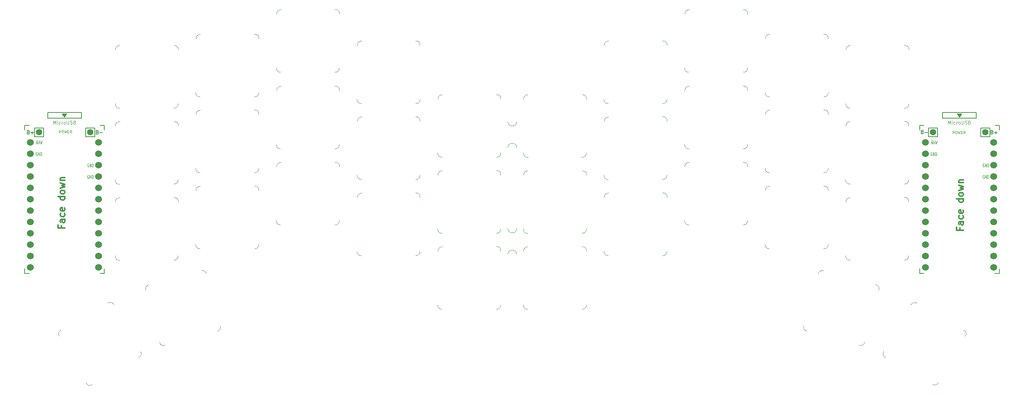
<source format=gbr>
%TF.GenerationSoftware,KiCad,Pcbnew,(6.0.7-1)-1*%
%TF.CreationDate,2022-10-20T13:43:27+02:00*%
%TF.ProjectId,sweepbling-lp__pcb,73776565-7062-46c6-996e-672d6c705f5f,rev?*%
%TF.SameCoordinates,Original*%
%TF.FileFunction,Legend,Top*%
%TF.FilePolarity,Positive*%
%FSLAX46Y46*%
G04 Gerber Fmt 4.6, Leading zero omitted, Abs format (unit mm)*
G04 Created by KiCad (PCBNEW (6.0.7-1)-1) date 2022-10-20 13:43:27*
%MOMM*%
%LPD*%
G01*
G04 APERTURE LIST*
%ADD10C,0.300000*%
%ADD11C,0.150000*%
%ADD12C,0.120000*%
%ADD13C,0.125000*%
%ADD14C,0.100000*%
%ADD15C,1.524000*%
%ADD16C,1.397000*%
G04 APERTURE END LIST*
D10*
X230270857Y-72198857D02*
X230270857Y-72698857D01*
X231056571Y-72698857D02*
X229556571Y-72698857D01*
X229556571Y-71984571D01*
X231056571Y-70770285D02*
X230270857Y-70770285D01*
X230128000Y-70841714D01*
X230056571Y-70984571D01*
X230056571Y-71270285D01*
X230128000Y-71413142D01*
X230985142Y-70770285D02*
X231056571Y-70913142D01*
X231056571Y-71270285D01*
X230985142Y-71413142D01*
X230842285Y-71484571D01*
X230699428Y-71484571D01*
X230556571Y-71413142D01*
X230485142Y-71270285D01*
X230485142Y-70913142D01*
X230413714Y-70770285D01*
X230985142Y-69413142D02*
X231056571Y-69556000D01*
X231056571Y-69841714D01*
X230985142Y-69984571D01*
X230913714Y-70056000D01*
X230770857Y-70127428D01*
X230342285Y-70127428D01*
X230199428Y-70056000D01*
X230128000Y-69984571D01*
X230056571Y-69841714D01*
X230056571Y-69556000D01*
X230128000Y-69413142D01*
X230985142Y-68198857D02*
X231056571Y-68341714D01*
X231056571Y-68627428D01*
X230985142Y-68770285D01*
X230842285Y-68841714D01*
X230270857Y-68841714D01*
X230128000Y-68770285D01*
X230056571Y-68627428D01*
X230056571Y-68341714D01*
X230128000Y-68198857D01*
X230270857Y-68127428D01*
X230413714Y-68127428D01*
X230556571Y-68841714D01*
X231056571Y-65698857D02*
X229556571Y-65698857D01*
X230985142Y-65698857D02*
X231056571Y-65841714D01*
X231056571Y-66127428D01*
X230985142Y-66270285D01*
X230913714Y-66341714D01*
X230770857Y-66413142D01*
X230342285Y-66413142D01*
X230199428Y-66341714D01*
X230128000Y-66270285D01*
X230056571Y-66127428D01*
X230056571Y-65841714D01*
X230128000Y-65698857D01*
X231056571Y-64770285D02*
X230985142Y-64913142D01*
X230913714Y-64984571D01*
X230770857Y-65056000D01*
X230342285Y-65056000D01*
X230199428Y-64984571D01*
X230128000Y-64913142D01*
X230056571Y-64770285D01*
X230056571Y-64556000D01*
X230128000Y-64413142D01*
X230199428Y-64341714D01*
X230342285Y-64270285D01*
X230770857Y-64270285D01*
X230913714Y-64341714D01*
X230985142Y-64413142D01*
X231056571Y-64556000D01*
X231056571Y-64770285D01*
X230056571Y-63770285D02*
X231056571Y-63484571D01*
X230342285Y-63198857D01*
X231056571Y-62913142D01*
X230056571Y-62627428D01*
X230056571Y-62056000D02*
X231056571Y-62056000D01*
X230199428Y-62056000D02*
X230128000Y-61984571D01*
X230056571Y-61841714D01*
X230056571Y-61627428D01*
X230128000Y-61484571D01*
X230270857Y-61413142D01*
X231056571Y-61413142D01*
X29610857Y-71690857D02*
X29610857Y-72190857D01*
X30396571Y-72190857D02*
X28896571Y-72190857D01*
X28896571Y-71476571D01*
X30396571Y-70262285D02*
X29610857Y-70262285D01*
X29468000Y-70333714D01*
X29396571Y-70476571D01*
X29396571Y-70762285D01*
X29468000Y-70905142D01*
X30325142Y-70262285D02*
X30396571Y-70405142D01*
X30396571Y-70762285D01*
X30325142Y-70905142D01*
X30182285Y-70976571D01*
X30039428Y-70976571D01*
X29896571Y-70905142D01*
X29825142Y-70762285D01*
X29825142Y-70405142D01*
X29753714Y-70262285D01*
X30325142Y-68905142D02*
X30396571Y-69048000D01*
X30396571Y-69333714D01*
X30325142Y-69476571D01*
X30253714Y-69548000D01*
X30110857Y-69619428D01*
X29682285Y-69619428D01*
X29539428Y-69548000D01*
X29468000Y-69476571D01*
X29396571Y-69333714D01*
X29396571Y-69048000D01*
X29468000Y-68905142D01*
X30325142Y-67690857D02*
X30396571Y-67833714D01*
X30396571Y-68119428D01*
X30325142Y-68262285D01*
X30182285Y-68333714D01*
X29610857Y-68333714D01*
X29468000Y-68262285D01*
X29396571Y-68119428D01*
X29396571Y-67833714D01*
X29468000Y-67690857D01*
X29610857Y-67619428D01*
X29753714Y-67619428D01*
X29896571Y-68333714D01*
X30396571Y-65190857D02*
X28896571Y-65190857D01*
X30325142Y-65190857D02*
X30396571Y-65333714D01*
X30396571Y-65619428D01*
X30325142Y-65762285D01*
X30253714Y-65833714D01*
X30110857Y-65905142D01*
X29682285Y-65905142D01*
X29539428Y-65833714D01*
X29468000Y-65762285D01*
X29396571Y-65619428D01*
X29396571Y-65333714D01*
X29468000Y-65190857D01*
X30396571Y-64262285D02*
X30325142Y-64405142D01*
X30253714Y-64476571D01*
X30110857Y-64548000D01*
X29682285Y-64548000D01*
X29539428Y-64476571D01*
X29468000Y-64405142D01*
X29396571Y-64262285D01*
X29396571Y-64048000D01*
X29468000Y-63905142D01*
X29539428Y-63833714D01*
X29682285Y-63762285D01*
X30110857Y-63762285D01*
X30253714Y-63833714D01*
X30325142Y-63905142D01*
X30396571Y-64048000D01*
X30396571Y-64262285D01*
X29396571Y-63262285D02*
X30396571Y-62976571D01*
X29682285Y-62690857D01*
X30396571Y-62405142D01*
X29396571Y-62119428D01*
X29396571Y-61548000D02*
X30396571Y-61548000D01*
X29539428Y-61548000D02*
X29468000Y-61476571D01*
X29396571Y-61333714D01*
X29396571Y-61119428D01*
X29468000Y-60976571D01*
X29610857Y-60905142D01*
X30396571Y-60905142D01*
D11*
X22269504Y-50742857D02*
X22383790Y-50780952D01*
X22421885Y-50819047D01*
X22459980Y-50895238D01*
X22459980Y-51009523D01*
X22421885Y-51085714D01*
X22383790Y-51123809D01*
X22307600Y-51161904D01*
X22002838Y-51161904D01*
X22002838Y-50361904D01*
X22269504Y-50361904D01*
X22345695Y-50400000D01*
X22383790Y-50438095D01*
X22421885Y-50514285D01*
X22421885Y-50590476D01*
X22383790Y-50666666D01*
X22345695Y-50704761D01*
X22269504Y-50742857D01*
X22002838Y-50742857D01*
X22802838Y-50857142D02*
X23412361Y-50857142D01*
X23107600Y-51161904D02*
X23107600Y-50552380D01*
X37661904Y-50742857D02*
X37776190Y-50780952D01*
X37814285Y-50819047D01*
X37852380Y-50895238D01*
X37852380Y-51009523D01*
X37814285Y-51085714D01*
X37776190Y-51123809D01*
X37700000Y-51161904D01*
X37395238Y-51161904D01*
X37395238Y-50361904D01*
X37661904Y-50361904D01*
X37738095Y-50400000D01*
X37776190Y-50438095D01*
X37814285Y-50514285D01*
X37814285Y-50590476D01*
X37776190Y-50666666D01*
X37738095Y-50704761D01*
X37661904Y-50742857D01*
X37395238Y-50742857D01*
X38195238Y-50857142D02*
X38804761Y-50857142D01*
X221913504Y-50692057D02*
X222027790Y-50730152D01*
X222065885Y-50768247D01*
X222103980Y-50844438D01*
X222103980Y-50958723D01*
X222065885Y-51034914D01*
X222027790Y-51073009D01*
X221951600Y-51111104D01*
X221646838Y-51111104D01*
X221646838Y-50311104D01*
X221913504Y-50311104D01*
X221989695Y-50349200D01*
X222027790Y-50387295D01*
X222065885Y-50463485D01*
X222065885Y-50539676D01*
X222027790Y-50615866D01*
X221989695Y-50653961D01*
X221913504Y-50692057D01*
X221646838Y-50692057D01*
X222446838Y-50806342D02*
X223056361Y-50806342D01*
X237458304Y-50742857D02*
X237572590Y-50780952D01*
X237610685Y-50819047D01*
X237648780Y-50895238D01*
X237648780Y-51009523D01*
X237610685Y-51085714D01*
X237572590Y-51123809D01*
X237496400Y-51161904D01*
X237191638Y-51161904D01*
X237191638Y-50361904D01*
X237458304Y-50361904D01*
X237534495Y-50400000D01*
X237572590Y-50438095D01*
X237610685Y-50514285D01*
X237610685Y-50590476D01*
X237572590Y-50666666D01*
X237534495Y-50704761D01*
X237458304Y-50742857D01*
X237191638Y-50742857D01*
X237991638Y-50857142D02*
X238601161Y-50857142D01*
X238296400Y-51161904D02*
X238296400Y-50552380D01*
D12*
X29094285Y-50969828D02*
X29094285Y-50369828D01*
X29322857Y-50369828D01*
X29380000Y-50398400D01*
X29408571Y-50426971D01*
X29437142Y-50484114D01*
X29437142Y-50569828D01*
X29408571Y-50626971D01*
X29380000Y-50655542D01*
X29322857Y-50684114D01*
X29094285Y-50684114D01*
X29808571Y-50369828D02*
X29922857Y-50369828D01*
X29980000Y-50398400D01*
X30037142Y-50455542D01*
X30065714Y-50569828D01*
X30065714Y-50769828D01*
X30037142Y-50884114D01*
X29980000Y-50941257D01*
X29922857Y-50969828D01*
X29808571Y-50969828D01*
X29751428Y-50941257D01*
X29694285Y-50884114D01*
X29665714Y-50769828D01*
X29665714Y-50569828D01*
X29694285Y-50455542D01*
X29751428Y-50398400D01*
X29808571Y-50369828D01*
X30265714Y-50369828D02*
X30408571Y-50969828D01*
X30522857Y-50541257D01*
X30637142Y-50969828D01*
X30780000Y-50369828D01*
X31008571Y-50655542D02*
X31208571Y-50655542D01*
X31294285Y-50969828D02*
X31008571Y-50969828D01*
X31008571Y-50369828D01*
X31294285Y-50369828D01*
X31894285Y-50969828D02*
X31694285Y-50684114D01*
X31551428Y-50969828D02*
X31551428Y-50369828D01*
X31780000Y-50369828D01*
X31837142Y-50398400D01*
X31865714Y-50426971D01*
X31894285Y-50484114D01*
X31894285Y-50569828D01*
X31865714Y-50626971D01*
X31837142Y-50655542D01*
X31780000Y-50684114D01*
X31551428Y-50684114D01*
X228636685Y-51122228D02*
X228636685Y-50522228D01*
X228865257Y-50522228D01*
X228922400Y-50550800D01*
X228950971Y-50579371D01*
X228979542Y-50636514D01*
X228979542Y-50722228D01*
X228950971Y-50779371D01*
X228922400Y-50807942D01*
X228865257Y-50836514D01*
X228636685Y-50836514D01*
X229350971Y-50522228D02*
X229465257Y-50522228D01*
X229522400Y-50550800D01*
X229579542Y-50607942D01*
X229608114Y-50722228D01*
X229608114Y-50922228D01*
X229579542Y-51036514D01*
X229522400Y-51093657D01*
X229465257Y-51122228D01*
X229350971Y-51122228D01*
X229293828Y-51093657D01*
X229236685Y-51036514D01*
X229208114Y-50922228D01*
X229208114Y-50722228D01*
X229236685Y-50607942D01*
X229293828Y-50550800D01*
X229350971Y-50522228D01*
X229808114Y-50522228D02*
X229950971Y-51122228D01*
X230065257Y-50693657D01*
X230179542Y-51122228D01*
X230322400Y-50522228D01*
X230550971Y-50807942D02*
X230750971Y-50807942D01*
X230836685Y-51122228D02*
X230550971Y-51122228D01*
X230550971Y-50522228D01*
X230836685Y-50522228D01*
X231436685Y-51122228D02*
X231236685Y-50836514D01*
X231093828Y-51122228D02*
X231093828Y-50522228D01*
X231322400Y-50522228D01*
X231379542Y-50550800D01*
X231408114Y-50579371D01*
X231436685Y-50636514D01*
X231436685Y-50722228D01*
X231408114Y-50779371D01*
X231379542Y-50807942D01*
X231322400Y-50836514D01*
X231093828Y-50836514D01*
%TO.C,U1*%
X227681571Y-48953285D02*
X227681571Y-48203285D01*
X227931571Y-48739000D01*
X228181571Y-48203285D01*
X228181571Y-48953285D01*
X228538714Y-48953285D02*
X228538714Y-48453285D01*
X228538714Y-48203285D02*
X228503000Y-48239000D01*
X228538714Y-48274714D01*
X228574428Y-48239000D01*
X228538714Y-48203285D01*
X228538714Y-48274714D01*
X229217285Y-48917571D02*
X229145857Y-48953285D01*
X229003000Y-48953285D01*
X228931571Y-48917571D01*
X228895857Y-48881857D01*
X228860142Y-48810428D01*
X228860142Y-48596142D01*
X228895857Y-48524714D01*
X228931571Y-48489000D01*
X229003000Y-48453285D01*
X229145857Y-48453285D01*
X229217285Y-48489000D01*
X229538714Y-48953285D02*
X229538714Y-48453285D01*
X229538714Y-48596142D02*
X229574428Y-48524714D01*
X229610142Y-48489000D01*
X229681571Y-48453285D01*
X229753000Y-48453285D01*
X230110142Y-48953285D02*
X230038714Y-48917571D01*
X230003000Y-48881857D01*
X229967285Y-48810428D01*
X229967285Y-48596142D01*
X230003000Y-48524714D01*
X230038714Y-48489000D01*
X230110142Y-48453285D01*
X230217285Y-48453285D01*
X230288714Y-48489000D01*
X230324428Y-48524714D01*
X230360142Y-48596142D01*
X230360142Y-48810428D01*
X230324428Y-48881857D01*
X230288714Y-48917571D01*
X230217285Y-48953285D01*
X230110142Y-48953285D01*
X230681571Y-48203285D02*
X230681571Y-48810428D01*
X230717285Y-48881857D01*
X230753000Y-48917571D01*
X230824428Y-48953285D01*
X230967285Y-48953285D01*
X231038714Y-48917571D01*
X231074428Y-48881857D01*
X231110142Y-48810428D01*
X231110142Y-48203285D01*
X231431571Y-48917571D02*
X231538714Y-48953285D01*
X231717285Y-48953285D01*
X231788714Y-48917571D01*
X231824428Y-48881857D01*
X231860142Y-48810428D01*
X231860142Y-48739000D01*
X231824428Y-48667571D01*
X231788714Y-48631857D01*
X231717285Y-48596142D01*
X231574428Y-48560428D01*
X231503000Y-48524714D01*
X231467285Y-48489000D01*
X231431571Y-48417571D01*
X231431571Y-48346142D01*
X231467285Y-48274714D01*
X231503000Y-48239000D01*
X231574428Y-48203285D01*
X231753000Y-48203285D01*
X231860142Y-48239000D01*
X232431571Y-48560428D02*
X232538714Y-48596142D01*
X232574428Y-48631857D01*
X232610142Y-48703285D01*
X232610142Y-48810428D01*
X232574428Y-48881857D01*
X232538714Y-48917571D01*
X232467285Y-48953285D01*
X232181571Y-48953285D01*
X232181571Y-48203285D01*
X232431571Y-48203285D01*
X232503000Y-48239000D01*
X232538714Y-48274714D01*
X232574428Y-48346142D01*
X232574428Y-48417571D01*
X232538714Y-48489000D01*
X232503000Y-48524714D01*
X232431571Y-48560428D01*
X232181571Y-48560428D01*
D13*
X235677047Y-57809000D02*
X235629428Y-57773285D01*
X235558000Y-57773285D01*
X235486571Y-57809000D01*
X235438952Y-57880428D01*
X235415142Y-57951857D01*
X235391333Y-58094714D01*
X235391333Y-58201857D01*
X235415142Y-58344714D01*
X235438952Y-58416142D01*
X235486571Y-58487571D01*
X235558000Y-58523285D01*
X235605619Y-58523285D01*
X235677047Y-58487571D01*
X235700857Y-58451857D01*
X235700857Y-58201857D01*
X235605619Y-58201857D01*
X235915142Y-58523285D02*
X235915142Y-57773285D01*
X236200857Y-58523285D01*
X236200857Y-57773285D01*
X236438952Y-58523285D02*
X236438952Y-57773285D01*
X236558000Y-57773285D01*
X236629428Y-57809000D01*
X236677047Y-57880428D01*
X236700857Y-57951857D01*
X236724666Y-58094714D01*
X236724666Y-58201857D01*
X236700857Y-58344714D01*
X236677047Y-58416142D01*
X236629428Y-58487571D01*
X236558000Y-58523285D01*
X236438952Y-58523285D01*
D11*
D13*
X224027047Y-55279000D02*
X223979428Y-55243285D01*
X223908000Y-55243285D01*
X223836571Y-55279000D01*
X223788952Y-55350428D01*
X223765142Y-55421857D01*
X223741333Y-55564714D01*
X223741333Y-55671857D01*
X223765142Y-55814714D01*
X223788952Y-55886142D01*
X223836571Y-55957571D01*
X223908000Y-55993285D01*
X223955619Y-55993285D01*
X224027047Y-55957571D01*
X224050857Y-55921857D01*
X224050857Y-55671857D01*
X223955619Y-55671857D01*
X224265142Y-55993285D02*
X224265142Y-55243285D01*
X224550857Y-55993285D01*
X224550857Y-55243285D01*
X224788952Y-55993285D02*
X224788952Y-55243285D01*
X224908000Y-55243285D01*
X224979428Y-55279000D01*
X225027047Y-55350428D01*
X225050857Y-55421857D01*
X225074666Y-55564714D01*
X225074666Y-55671857D01*
X225050857Y-55814714D01*
X225027047Y-55886142D01*
X224979428Y-55957571D01*
X224908000Y-55993285D01*
X224788952Y-55993285D01*
X235657047Y-60389000D02*
X235609428Y-60353285D01*
X235538000Y-60353285D01*
X235466571Y-60389000D01*
X235418952Y-60460428D01*
X235395142Y-60531857D01*
X235371333Y-60674714D01*
X235371333Y-60781857D01*
X235395142Y-60924714D01*
X235418952Y-60996142D01*
X235466571Y-61067571D01*
X235538000Y-61103285D01*
X235585619Y-61103285D01*
X235657047Y-61067571D01*
X235680857Y-61031857D01*
X235680857Y-60781857D01*
X235585619Y-60781857D01*
X235895142Y-61103285D02*
X235895142Y-60353285D01*
X236180857Y-61103285D01*
X236180857Y-60353285D01*
X236418952Y-61103285D02*
X236418952Y-60353285D01*
X236538000Y-60353285D01*
X236609428Y-60389000D01*
X236657047Y-60460428D01*
X236680857Y-60531857D01*
X236704666Y-60674714D01*
X236704666Y-60781857D01*
X236680857Y-60924714D01*
X236657047Y-60996142D01*
X236609428Y-61067571D01*
X236538000Y-61103285D01*
X236418952Y-61103285D01*
X224162761Y-53383285D02*
X223996095Y-53026142D01*
X223877047Y-53383285D02*
X223877047Y-52633285D01*
X224067523Y-52633285D01*
X224115142Y-52669000D01*
X224138952Y-52704714D01*
X224162761Y-52776142D01*
X224162761Y-52883285D01*
X224138952Y-52954714D01*
X224115142Y-52990428D01*
X224067523Y-53026142D01*
X223877047Y-53026142D01*
X224353238Y-53169000D02*
X224591333Y-53169000D01*
X224305619Y-53383285D02*
X224472285Y-52633285D01*
X224638952Y-53383285D01*
X224758000Y-52633285D02*
X224877047Y-53383285D01*
X224972285Y-52847571D01*
X225067523Y-53383285D01*
X225186571Y-52633285D01*
%TO.C,U2*%
X24175047Y-55279000D02*
X24127428Y-55243285D01*
X24056000Y-55243285D01*
X23984571Y-55279000D01*
X23936952Y-55350428D01*
X23913142Y-55421857D01*
X23889333Y-55564714D01*
X23889333Y-55671857D01*
X23913142Y-55814714D01*
X23936952Y-55886142D01*
X23984571Y-55957571D01*
X24056000Y-55993285D01*
X24103619Y-55993285D01*
X24175047Y-55957571D01*
X24198857Y-55921857D01*
X24198857Y-55671857D01*
X24103619Y-55671857D01*
X24413142Y-55993285D02*
X24413142Y-55243285D01*
X24698857Y-55993285D01*
X24698857Y-55243285D01*
X24936952Y-55993285D02*
X24936952Y-55243285D01*
X25056000Y-55243285D01*
X25127428Y-55279000D01*
X25175047Y-55350428D01*
X25198857Y-55421857D01*
X25222666Y-55564714D01*
X25222666Y-55671857D01*
X25198857Y-55814714D01*
X25175047Y-55886142D01*
X25127428Y-55957571D01*
X25056000Y-55993285D01*
X24936952Y-55993285D01*
D12*
X27829571Y-48953285D02*
X27829571Y-48203285D01*
X28079571Y-48739000D01*
X28329571Y-48203285D01*
X28329571Y-48953285D01*
X28686714Y-48953285D02*
X28686714Y-48453285D01*
X28686714Y-48203285D02*
X28651000Y-48239000D01*
X28686714Y-48274714D01*
X28722428Y-48239000D01*
X28686714Y-48203285D01*
X28686714Y-48274714D01*
X29365285Y-48917571D02*
X29293857Y-48953285D01*
X29151000Y-48953285D01*
X29079571Y-48917571D01*
X29043857Y-48881857D01*
X29008142Y-48810428D01*
X29008142Y-48596142D01*
X29043857Y-48524714D01*
X29079571Y-48489000D01*
X29151000Y-48453285D01*
X29293857Y-48453285D01*
X29365285Y-48489000D01*
X29686714Y-48953285D02*
X29686714Y-48453285D01*
X29686714Y-48596142D02*
X29722428Y-48524714D01*
X29758142Y-48489000D01*
X29829571Y-48453285D01*
X29901000Y-48453285D01*
X30258142Y-48953285D02*
X30186714Y-48917571D01*
X30151000Y-48881857D01*
X30115285Y-48810428D01*
X30115285Y-48596142D01*
X30151000Y-48524714D01*
X30186714Y-48489000D01*
X30258142Y-48453285D01*
X30365285Y-48453285D01*
X30436714Y-48489000D01*
X30472428Y-48524714D01*
X30508142Y-48596142D01*
X30508142Y-48810428D01*
X30472428Y-48881857D01*
X30436714Y-48917571D01*
X30365285Y-48953285D01*
X30258142Y-48953285D01*
X30829571Y-48203285D02*
X30829571Y-48810428D01*
X30865285Y-48881857D01*
X30901000Y-48917571D01*
X30972428Y-48953285D01*
X31115285Y-48953285D01*
X31186714Y-48917571D01*
X31222428Y-48881857D01*
X31258142Y-48810428D01*
X31258142Y-48203285D01*
X31579571Y-48917571D02*
X31686714Y-48953285D01*
X31865285Y-48953285D01*
X31936714Y-48917571D01*
X31972428Y-48881857D01*
X32008142Y-48810428D01*
X32008142Y-48739000D01*
X31972428Y-48667571D01*
X31936714Y-48631857D01*
X31865285Y-48596142D01*
X31722428Y-48560428D01*
X31651000Y-48524714D01*
X31615285Y-48489000D01*
X31579571Y-48417571D01*
X31579571Y-48346142D01*
X31615285Y-48274714D01*
X31651000Y-48239000D01*
X31722428Y-48203285D01*
X31901000Y-48203285D01*
X32008142Y-48239000D01*
X32579571Y-48560428D02*
X32686714Y-48596142D01*
X32722428Y-48631857D01*
X32758142Y-48703285D01*
X32758142Y-48810428D01*
X32722428Y-48881857D01*
X32686714Y-48917571D01*
X32615285Y-48953285D01*
X32329571Y-48953285D01*
X32329571Y-48203285D01*
X32579571Y-48203285D01*
X32651000Y-48239000D01*
X32686714Y-48274714D01*
X32722428Y-48346142D01*
X32722428Y-48417571D01*
X32686714Y-48489000D01*
X32651000Y-48524714D01*
X32579571Y-48560428D01*
X32329571Y-48560428D01*
D13*
X35707047Y-57809000D02*
X35659428Y-57773285D01*
X35588000Y-57773285D01*
X35516571Y-57809000D01*
X35468952Y-57880428D01*
X35445142Y-57951857D01*
X35421333Y-58094714D01*
X35421333Y-58201857D01*
X35445142Y-58344714D01*
X35468952Y-58416142D01*
X35516571Y-58487571D01*
X35588000Y-58523285D01*
X35635619Y-58523285D01*
X35707047Y-58487571D01*
X35730857Y-58451857D01*
X35730857Y-58201857D01*
X35635619Y-58201857D01*
X35945142Y-58523285D02*
X35945142Y-57773285D01*
X36230857Y-58523285D01*
X36230857Y-57773285D01*
X36468952Y-58523285D02*
X36468952Y-57773285D01*
X36588000Y-57773285D01*
X36659428Y-57809000D01*
X36707047Y-57880428D01*
X36730857Y-57951857D01*
X36754666Y-58094714D01*
X36754666Y-58201857D01*
X36730857Y-58344714D01*
X36707047Y-58416142D01*
X36659428Y-58487571D01*
X36588000Y-58523285D01*
X36468952Y-58523285D01*
X24310761Y-53383285D02*
X24144095Y-53026142D01*
X24025047Y-53383285D02*
X24025047Y-52633285D01*
X24215523Y-52633285D01*
X24263142Y-52669000D01*
X24286952Y-52704714D01*
X24310761Y-52776142D01*
X24310761Y-52883285D01*
X24286952Y-52954714D01*
X24263142Y-52990428D01*
X24215523Y-53026142D01*
X24025047Y-53026142D01*
X24501238Y-53169000D02*
X24739333Y-53169000D01*
X24453619Y-53383285D02*
X24620285Y-52633285D01*
X24786952Y-53383285D01*
X24906000Y-52633285D02*
X25025047Y-53383285D01*
X25120285Y-52847571D01*
X25215523Y-53383285D01*
X25334571Y-52633285D01*
X35687047Y-60389000D02*
X35639428Y-60353285D01*
X35568000Y-60353285D01*
X35496571Y-60389000D01*
X35448952Y-60460428D01*
X35425142Y-60531857D01*
X35401333Y-60674714D01*
X35401333Y-60781857D01*
X35425142Y-60924714D01*
X35448952Y-60996142D01*
X35496571Y-61067571D01*
X35568000Y-61103285D01*
X35615619Y-61103285D01*
X35687047Y-61067571D01*
X35710857Y-61031857D01*
X35710857Y-60781857D01*
X35615619Y-60781857D01*
X35925142Y-61103285D02*
X35925142Y-60353285D01*
X36210857Y-61103285D01*
X36210857Y-60353285D01*
X36448952Y-61103285D02*
X36448952Y-60353285D01*
X36568000Y-60353285D01*
X36639428Y-60389000D01*
X36687047Y-60460428D01*
X36710857Y-60531857D01*
X36734666Y-60674714D01*
X36734666Y-60781857D01*
X36710857Y-60924714D01*
X36687047Y-60996142D01*
X36639428Y-61067571D01*
X36568000Y-61103285D01*
X36448952Y-61103285D01*
D11*
%TO.C,U1*%
X221278000Y-81264000D02*
X221278000Y-82314000D01*
X239078000Y-81314000D02*
X239078000Y-82314000D01*
X230028000Y-47164000D02*
X230328000Y-47164000D01*
X230678000Y-46714000D02*
X230178000Y-47364000D01*
X229828000Y-46864000D02*
X230528000Y-46864000D01*
X229678000Y-46714000D02*
X230678000Y-46714000D01*
X233928000Y-47664000D02*
X233928000Y-46364000D01*
X239078000Y-49264000D02*
X238128000Y-49264000D01*
X221278000Y-49264000D02*
X222278000Y-49264000D01*
X230178000Y-47364000D02*
X229678000Y-46714000D01*
X226428000Y-47664000D02*
X233928000Y-47664000D01*
X226428000Y-46364000D02*
X226428000Y-47664000D01*
X233928000Y-46364000D02*
X226428000Y-46364000D01*
X239078000Y-82314000D02*
X238068000Y-82314000D01*
X221278000Y-82314000D02*
X222278000Y-82314000D01*
X229928000Y-47014000D02*
X230428000Y-47014000D01*
X221278000Y-49264000D02*
X221278000Y-50264000D01*
X239078000Y-49264000D02*
X239078000Y-50264000D01*
D12*
%TO.C,SW13*%
X168778650Y-70516000D02*
G75*
G03*
X169778650Y-71516000I919580J-80420D01*
G01*
X169856000Y-57516000D02*
G75*
G03*
X168856000Y-58516000I-80450J-919550D01*
G01*
X181856000Y-71516000D02*
G75*
G03*
X182856000Y-70516000I80451J919549D01*
G01*
X182856000Y-58516000D02*
G75*
G03*
X181856000Y-57516000I-788675J211325D01*
G01*
%TO.C,SW17*%
X231448178Y-96385848D02*
G75*
G03*
X231082152Y-95019822I-577348J577351D01*
G01*
X224082152Y-107144178D02*
G75*
G03*
X225448178Y-106778152I529448J756126D01*
G01*
X220689848Y-89019822D02*
G75*
G03*
X219323822Y-89385848I-529447J-756129D01*
G01*
X213256835Y-99739477D02*
G75*
G03*
X213622861Y-101105503I756170J-529436D01*
G01*
%TO.C,SW12*%
X151856000Y-64374000D02*
G75*
G03*
X150856000Y-65374000I-80450J-919550D01*
G01*
X150778650Y-77374000D02*
G75*
G03*
X151778650Y-78374000I919580J-80420D01*
G01*
X163856000Y-78374000D02*
G75*
G03*
X164856000Y-77374000I80451J919549D01*
G01*
X164856000Y-65374000D02*
G75*
G03*
X163856000Y-64374000I-788675J211325D01*
G01*
%TO.C,SW16*%
X199842178Y-81767604D02*
G75*
G03*
X198617433Y-82474712I-315705J-867396D01*
G01*
X195436891Y-94045802D02*
G75*
G03*
X196143997Y-95270547I867431J-315685D01*
G01*
X207809822Y-98396395D02*
G75*
G03*
X209034567Y-97689288I315706J867394D01*
G01*
X212140395Y-86098178D02*
G75*
G03*
X211433288Y-84873433I-707107J408248D01*
G01*
%TO.C,SW14*%
X200856000Y-63850000D02*
G75*
G03*
X199856000Y-62850000I-788675J211325D01*
G01*
X186778650Y-75850000D02*
G75*
G03*
X187778650Y-76850000I919580J-80420D01*
G01*
X199856000Y-76850000D02*
G75*
G03*
X200856000Y-75850000I80451J919549D01*
G01*
X187856000Y-62850000D02*
G75*
G03*
X186856000Y-63850000I-80450J-919550D01*
G01*
%TO.C,SW15*%
X205836000Y-65390000D02*
G75*
G03*
X204836000Y-66390000I-80450J-919550D01*
G01*
X217836000Y-79390000D02*
G75*
G03*
X218836000Y-78390000I80451J919549D01*
G01*
X204758650Y-78390000D02*
G75*
G03*
X205758650Y-79390000I919580J-80420D01*
G01*
X218836000Y-66390000D02*
G75*
G03*
X217836000Y-65390000I-788675J211325D01*
G01*
%TO.C,SW3*%
X182856000Y-24382000D02*
G75*
G03*
X181856000Y-23382000I-788675J211325D01*
G01*
X168778650Y-36382000D02*
G75*
G03*
X169778650Y-37382000I919580J-80420D01*
G01*
X169856000Y-23382000D02*
G75*
G03*
X168856000Y-24382000I-80450J-919550D01*
G01*
X181856000Y-37382000D02*
G75*
G03*
X182856000Y-36382000I80451J919549D01*
G01*
%TO.C,SW2*%
X151856000Y-30382000D02*
G75*
G03*
X150856000Y-31382000I-80450J-919550D01*
G01*
X163856000Y-44382000D02*
G75*
G03*
X164856000Y-43382000I80451J919549D01*
G01*
X150778650Y-43382000D02*
G75*
G03*
X151778650Y-44382000I919580J-80420D01*
G01*
X164856000Y-31382000D02*
G75*
G03*
X163856000Y-30382000I-788675J211325D01*
G01*
%TO.C,SW7*%
X150778650Y-60356000D02*
G75*
G03*
X151778650Y-61356000I919580J-80420D01*
G01*
X151856000Y-47356000D02*
G75*
G03*
X150856000Y-48356000I-80450J-919550D01*
G01*
X163856000Y-61356000D02*
G75*
G03*
X164856000Y-60356000I80451J919549D01*
G01*
X164856000Y-48356000D02*
G75*
G03*
X163856000Y-47356000I-788675J211325D01*
G01*
%TO.C,SW11*%
X146933350Y-77382000D02*
G75*
G03*
X145933350Y-76382000I-919580J80420D01*
G01*
X133856000Y-76382000D02*
G75*
G03*
X132856000Y-77382000I-80451J-919549D01*
G01*
X132856000Y-89382000D02*
G75*
G03*
X133856000Y-90382000I788675J-211325D01*
G01*
X145856000Y-90382000D02*
G75*
G03*
X146856000Y-89382000I80450J919550D01*
G01*
%TO.C,SW10*%
X204758650Y-61372000D02*
G75*
G03*
X205758650Y-62372000I919580J-80420D01*
G01*
X217836000Y-62372000D02*
G75*
G03*
X218836000Y-61372000I80451J919549D01*
G01*
X218836000Y-49372000D02*
G75*
G03*
X217836000Y-48372000I-788675J211325D01*
G01*
X205836000Y-48372000D02*
G75*
G03*
X204836000Y-49372000I-80450J-919550D01*
G01*
%TO.C,SW9*%
X199856000Y-59832000D02*
G75*
G03*
X200856000Y-58832000I80451J919549D01*
G01*
X200856000Y-46832000D02*
G75*
G03*
X199856000Y-45832000I-788675J211325D01*
G01*
X186778650Y-58832000D02*
G75*
G03*
X187778650Y-59832000I919580J-80420D01*
G01*
X187856000Y-45832000D02*
G75*
G03*
X186856000Y-46832000I-80450J-919550D01*
G01*
%TO.C,SW6*%
X132856000Y-72382000D02*
G75*
G03*
X133856000Y-73382000I788675J-211325D01*
G01*
X133856000Y-59382000D02*
G75*
G03*
X132856000Y-60382000I-80451J-919549D01*
G01*
X146933350Y-60382000D02*
G75*
G03*
X145933350Y-59382000I-919580J80420D01*
G01*
X145856000Y-73382000D02*
G75*
G03*
X146856000Y-72382000I80450J919550D01*
G01*
%TO.C,SW5*%
X205856000Y-31382000D02*
G75*
G03*
X204856000Y-32382000I-80450J-919550D01*
G01*
X218856000Y-32382000D02*
G75*
G03*
X217856000Y-31382000I-788675J211325D01*
G01*
X217856000Y-45382000D02*
G75*
G03*
X218856000Y-44382000I80451J919549D01*
G01*
X204778650Y-44382000D02*
G75*
G03*
X205778650Y-45382000I919580J-80420D01*
G01*
%TO.C,SW4*%
X199856000Y-42882000D02*
G75*
G03*
X200856000Y-41882000I80451J919549D01*
G01*
X200856000Y-29882000D02*
G75*
G03*
X199856000Y-28882000I-788675J211325D01*
G01*
X186778650Y-41882000D02*
G75*
G03*
X187778650Y-42882000I919580J-80420D01*
G01*
X187856000Y-28882000D02*
G75*
G03*
X186856000Y-29882000I-80450J-919550D01*
G01*
%TO.C,SW1*%
X145856000Y-56382000D02*
G75*
G03*
X146856000Y-55382000I80450J919550D01*
G01*
X132856000Y-55382000D02*
G75*
G03*
X133856000Y-56382000I788675J-211325D01*
G01*
X133856000Y-42382000D02*
G75*
G03*
X132856000Y-43382000I-80451J-919549D01*
G01*
X146933350Y-43382000D02*
G75*
G03*
X145933350Y-42382000I-919580J80420D01*
G01*
D14*
%TO.C,mouse-bite-2mm-slot2*%
X129302000Y-48387000D02*
G75*
G03*
X131302000Y-48387000I1000000J0D01*
G01*
X131302000Y-54229000D02*
G75*
G03*
X129302000Y-54229000I-1000000J0D01*
G01*
%TO.C,mouse-bite-2mm-slot1*%
X131302000Y-78105000D02*
G75*
G03*
X129302000Y-78105000I-1000000J0D01*
G01*
X129302000Y-72263000D02*
G75*
G03*
X131302000Y-72263000I1000000J0D01*
G01*
D12*
%TO.C,SW8*%
X169856000Y-40498000D02*
G75*
G03*
X168856000Y-41498000I-80450J-919550D01*
G01*
X168778650Y-53498000D02*
G75*
G03*
X169778650Y-54498000I919580J-80420D01*
G01*
X181856000Y-54498000D02*
G75*
G03*
X182856000Y-53498000I80451J919549D01*
G01*
X182856000Y-41498000D02*
G75*
G03*
X181856000Y-40498000I-788675J211325D01*
G01*
D11*
%TO.C,Bat+1*%
X236966000Y-51800000D02*
X236966000Y-49800000D01*
X234966000Y-49800000D02*
X234966000Y-51800000D01*
X236966000Y-49800000D02*
X234966000Y-49800000D01*
X234966000Y-51800000D02*
X236966000Y-51800000D01*
%TO.C,BatGND1*%
X223282000Y-51800000D02*
X225282000Y-51800000D01*
X225282000Y-51800000D02*
X225282000Y-49800000D01*
X225282000Y-49800000D02*
X223282000Y-49800000D01*
X223282000Y-49800000D02*
X223282000Y-51800000D01*
%TO.C,U2*%
X29826000Y-46714000D02*
X30826000Y-46714000D01*
X30176000Y-47164000D02*
X30476000Y-47164000D01*
X21426000Y-49264000D02*
X21426000Y-50264000D01*
X30826000Y-46714000D02*
X30326000Y-47364000D01*
X21426000Y-49264000D02*
X22426000Y-49264000D01*
X39226000Y-49264000D02*
X39226000Y-50264000D01*
X39226000Y-49264000D02*
X38276000Y-49264000D01*
X39226000Y-82314000D02*
X38216000Y-82314000D01*
X30076000Y-47014000D02*
X30576000Y-47014000D01*
X39226000Y-81314000D02*
X39226000Y-82314000D01*
X21426000Y-81264000D02*
X21426000Y-82314000D01*
X21426000Y-82314000D02*
X22426000Y-82314000D01*
X34076000Y-47664000D02*
X34076000Y-46364000D01*
X26576000Y-46364000D02*
X26576000Y-47664000D01*
X26576000Y-47664000D02*
X34076000Y-47664000D01*
X29976000Y-46864000D02*
X30676000Y-46864000D01*
X34076000Y-46364000D02*
X26576000Y-46364000D01*
X30326000Y-47364000D02*
X29826000Y-46714000D01*
D12*
%TO.C,SW15_r1*%
X55763350Y-66390000D02*
G75*
G03*
X54763350Y-65390000I-919580J80420D01*
G01*
X41686000Y-78390000D02*
G75*
G03*
X42686000Y-79390000I788675J-211325D01*
G01*
X54686000Y-79390000D02*
G75*
G03*
X55686000Y-78390000I80450J919550D01*
G01*
X42686000Y-65390000D02*
G75*
G03*
X41686000Y-66390000I-80451J-919549D01*
G01*
%TO.C,SW9_r1*%
X72700000Y-59832000D02*
G75*
G03*
X73700000Y-58832000I80451J919549D01*
G01*
X59622650Y-58832000D02*
G75*
G03*
X60622650Y-59832000I919580J-80420D01*
G01*
X73700000Y-46832000D02*
G75*
G03*
X72700000Y-45832000I-788675J211325D01*
G01*
X60700000Y-45832000D02*
G75*
G03*
X59700000Y-46832000I-80450J-919550D01*
G01*
%TO.C,SW13_r1*%
X90688000Y-71516000D02*
G75*
G03*
X91688000Y-70516000I80451J919549D01*
G01*
X78688000Y-57516000D02*
G75*
G03*
X77688000Y-58516000I-80450J-919550D01*
G01*
X91688000Y-58516000D02*
G75*
G03*
X90688000Y-57516000I-788675J211325D01*
G01*
X77610650Y-70516000D02*
G75*
G03*
X78610650Y-71516000I919580J-80420D01*
G01*
%TO.C,SW12_r1*%
X95636650Y-77374000D02*
G75*
G03*
X96636650Y-78374000I919580J-80420D01*
G01*
X108714000Y-78374000D02*
G75*
G03*
X109714000Y-77374000I80451J919549D01*
G01*
X96714000Y-64374000D02*
G75*
G03*
X95714000Y-65374000I-80450J-919550D01*
G01*
X109714000Y-65374000D02*
G75*
G03*
X108714000Y-64374000I-788675J211325D01*
G01*
%TO.C,SW5_r1*%
X42686000Y-31382000D02*
G75*
G03*
X41686000Y-32382000I-80451J-919549D01*
G01*
X55763350Y-32382000D02*
G75*
G03*
X54763350Y-31382000I-919580J80420D01*
G01*
X41686000Y-44382000D02*
G75*
G03*
X42686000Y-45382000I788675J-211325D01*
G01*
X54686000Y-45382000D02*
G75*
G03*
X55686000Y-44382000I80450J919550D01*
G01*
%TO.C,SW4_r1*%
X73700000Y-29882000D02*
G75*
G03*
X72700000Y-28882000I-788675J211325D01*
G01*
X72700000Y-42882000D02*
G75*
G03*
X73700000Y-41882000I80451J919549D01*
G01*
X60700000Y-28882000D02*
G75*
G03*
X59700000Y-29882000I-80450J-919550D01*
G01*
X59622650Y-41882000D02*
G75*
G03*
X60622650Y-42882000I919580J-80420D01*
G01*
%TO.C,SW1_r1*%
X113654650Y-55382000D02*
G75*
G03*
X114654650Y-56382000I919580J-80420D01*
G01*
X114732000Y-42382000D02*
G75*
G03*
X113732000Y-43382000I-80450J-919550D01*
G01*
X126732000Y-56382000D02*
G75*
G03*
X127732000Y-55382000I80451J919549D01*
G01*
X127732000Y-43382000D02*
G75*
G03*
X126732000Y-42382000I-788675J211325D01*
G01*
%TO.C,SW14_r1*%
X59622650Y-75850000D02*
G75*
G03*
X60622650Y-76850000I919580J-80420D01*
G01*
X72700000Y-76850000D02*
G75*
G03*
X73700000Y-75850000I80451J919549D01*
G01*
X73700000Y-63850000D02*
G75*
G03*
X72700000Y-62850000I-788675J211325D01*
G01*
X60700000Y-62850000D02*
G75*
G03*
X59700000Y-63850000I-80450J-919550D01*
G01*
%TO.C,SW3_r1*%
X77610650Y-36382000D02*
G75*
G03*
X78610650Y-37382000I919580J-80420D01*
G01*
X91688000Y-24382000D02*
G75*
G03*
X90688000Y-23382000I-788675J211325D01*
G01*
X90688000Y-37382000D02*
G75*
G03*
X91688000Y-36382000I80451J919549D01*
G01*
X78688000Y-23382000D02*
G75*
G03*
X77688000Y-24382000I-80450J-919550D01*
G01*
%TO.C,SW11_r1*%
X113654650Y-89382000D02*
G75*
G03*
X114654650Y-90382000I919580J-80420D01*
G01*
X114732000Y-76382000D02*
G75*
G03*
X113732000Y-77382000I-80450J-919550D01*
G01*
X127732000Y-77382000D02*
G75*
G03*
X126732000Y-76382000I-788675J211325D01*
G01*
X126732000Y-90382000D02*
G75*
G03*
X127732000Y-89382000I80451J919549D01*
G01*
%TO.C,SW10_r1*%
X55763350Y-49372000D02*
G75*
G03*
X54763350Y-48372000I-919580J80420D01*
G01*
X42686000Y-48372000D02*
G75*
G03*
X41686000Y-49372000I-80451J-919549D01*
G01*
X41686000Y-61372000D02*
G75*
G03*
X42686000Y-62372000I788675J-211325D01*
G01*
X54686000Y-62372000D02*
G75*
G03*
X55686000Y-61372000I80450J919550D01*
G01*
%TO.C,SW2_r1*%
X95636650Y-43382000D02*
G75*
G03*
X96636650Y-44382000I919580J-80420D01*
G01*
X109714000Y-31382000D02*
G75*
G03*
X108714000Y-30382000I-788675J211325D01*
G01*
X108714000Y-44382000D02*
G75*
G03*
X109714000Y-43382000I80451J919549D01*
G01*
X96714000Y-30382000D02*
G75*
G03*
X95714000Y-31382000I-80450J-919550D01*
G01*
%TO.C,SW7_r1*%
X96714000Y-47356000D02*
G75*
G03*
X95714000Y-48356000I-80450J-919550D01*
G01*
X109714000Y-48356000D02*
G75*
G03*
X108714000Y-47356000I-788675J211325D01*
G01*
X95636650Y-60356000D02*
G75*
G03*
X96636650Y-61356000I919580J-80420D01*
G01*
X108714000Y-61356000D02*
G75*
G03*
X109714000Y-60356000I80451J919549D01*
G01*
%TO.C,SW16_r1*%
X49170712Y-84873433D02*
G75*
G03*
X48463605Y-86098178I160287J-909039D01*
G01*
X62061282Y-82454692D02*
G75*
G03*
X60836536Y-81747585I-909061J-160325D01*
G01*
X51569433Y-97689288D02*
G75*
G03*
X52794178Y-98396395I816497J0D01*
G01*
X64385288Y-95290566D02*
G75*
G03*
X65092395Y-94065822I-160288J909039D01*
G01*
%TO.C,SW8_r1*%
X91688000Y-41498000D02*
G75*
G03*
X90688000Y-40498000I-788675J211325D01*
G01*
X78688000Y-40498000D02*
G75*
G03*
X77688000Y-41498000I-80450J-919550D01*
G01*
X77610650Y-53498000D02*
G75*
G03*
X78610650Y-54498000I919580J-80420D01*
G01*
X90688000Y-54498000D02*
G75*
G03*
X91688000Y-53498000I80451J919549D01*
G01*
%TO.C,SW17_r1*%
X46914152Y-101144178D02*
G75*
G03*
X47280178Y-99778152I-390103J836579D01*
G01*
X29521848Y-95019822D02*
G75*
G03*
X29155822Y-96385848I390100J-836578D01*
G01*
X41347165Y-89347173D02*
G75*
G03*
X39981139Y-88981147I-836590J-390144D01*
G01*
X35155823Y-106778152D02*
G75*
G03*
X36521848Y-107144178I788674J211322D01*
G01*
%TO.C,SW6_r1*%
X126732000Y-73382000D02*
G75*
G03*
X127732000Y-72382000I80451J919549D01*
G01*
X127732000Y-60382000D02*
G75*
G03*
X126732000Y-59382000I-788675J211325D01*
G01*
X114732000Y-59382000D02*
G75*
G03*
X113732000Y-60382000I-80450J-919550D01*
G01*
X113654650Y-72382000D02*
G75*
G03*
X114654650Y-73382000I919580J-80420D01*
G01*
D11*
%TO.C,BatGNDr1*%
X35068000Y-49800000D02*
X35068000Y-51800000D01*
X35068000Y-51800000D02*
X37068000Y-51800000D01*
X37068000Y-49800000D02*
X35068000Y-49800000D01*
X37068000Y-51800000D02*
X37068000Y-49800000D01*
%TO.C,Bat+r1*%
X23638000Y-49800000D02*
X23638000Y-51800000D01*
X25638000Y-51800000D02*
X25638000Y-49800000D01*
X25638000Y-49800000D02*
X23638000Y-49800000D01*
X23638000Y-51800000D02*
X25638000Y-51800000D01*
%TD*%
D15*
%TO.C,U1*%
X237789400Y-53086000D03*
X237789400Y-55626000D03*
X237789400Y-58166000D03*
X237789400Y-60706000D03*
X237789400Y-63246000D03*
X237789400Y-65786000D03*
X237789400Y-68326000D03*
X237789400Y-70866000D03*
X237789400Y-73406000D03*
X237789400Y-75946000D03*
X237789400Y-78486000D03*
X237789400Y-81026000D03*
X222569400Y-81026000D03*
X222569400Y-78486000D03*
X222569400Y-75946000D03*
X222569400Y-73406000D03*
X222569400Y-70866000D03*
X222569400Y-68326000D03*
X222569400Y-65786000D03*
X222569400Y-63246000D03*
X222569400Y-60706000D03*
X222569400Y-58166000D03*
X222569400Y-55626000D03*
X222569400Y-53086000D03*
%TD*%
D16*
%TO.C,Bat+1*%
X235966000Y-50800000D03*
%TD*%
%TO.C,BatGND1*%
X224282000Y-50800000D03*
%TD*%
D15*
%TO.C,U2*%
X37937400Y-53086000D03*
X37937400Y-55626000D03*
X37937400Y-58166000D03*
X37937400Y-60706000D03*
X37937400Y-63246000D03*
X37937400Y-65786000D03*
X37937400Y-68326000D03*
X37937400Y-70866000D03*
X37937400Y-73406000D03*
X37937400Y-75946000D03*
X37937400Y-78486000D03*
X37937400Y-81026000D03*
X22717400Y-81026000D03*
X22717400Y-78486000D03*
X22717400Y-75946000D03*
X22717400Y-73406000D03*
X22717400Y-70866000D03*
X22717400Y-68326000D03*
X22717400Y-65786000D03*
X22717400Y-63246000D03*
X22717400Y-60706000D03*
X22717400Y-58166000D03*
X22717400Y-55626000D03*
X22717400Y-53086000D03*
%TD*%
D16*
%TO.C,BatGNDr1*%
X36068000Y-50800000D03*
%TD*%
%TO.C,Bat+r1*%
X24638000Y-50800000D03*
%TD*%
M02*

</source>
